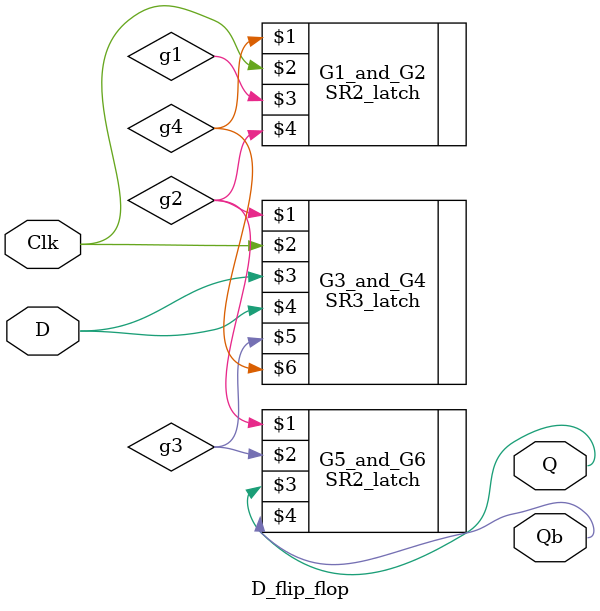
<source format=v>
`timescale 1ns/1ns
module D_flip_flop(input D, Clk, output Q, Qb);
    wire g1, g2, g3, g4;

    SR2_latch G1_and_G2(g4, Clk, g1, g2); 
    SR3_latch G3_and_G4(g2, Clk, D, D, g3, g4);
    SR2_latch G5_and_G6(g2, g3, Q, Qb);

endmodule
</source>
